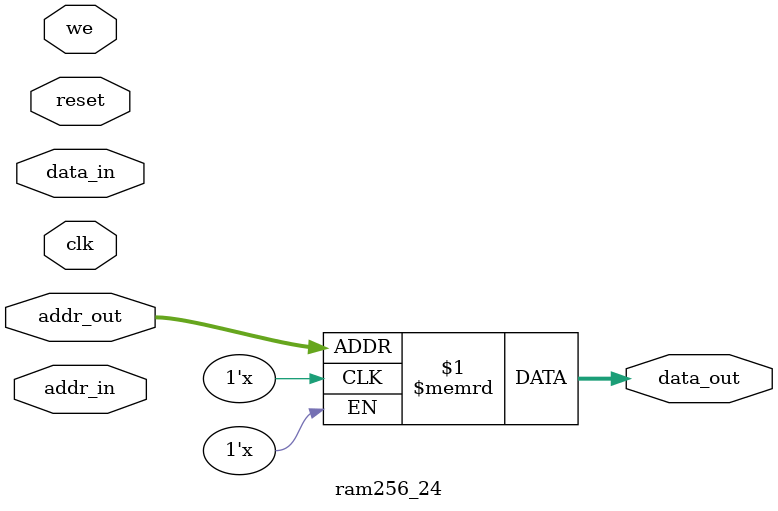
<source format=sv>
`timescale 1ns / 1ps


module ram256_24(
    input logic clk,
    input logic reset,
    input logic we,
    input logic [7:0] addr_in,
    input logic [7:0] addr_out,
    input logic [23:0] data_in,
    output logic [23:0] data_out  
    );
    
    logic [23:0] ram [255:0];
    assign data_out = ram[addr_out];
    
    always_ff @(posedge clk, posedge reset) begin
        if (reset)begin
        end
    end
    
endmodule

</source>
